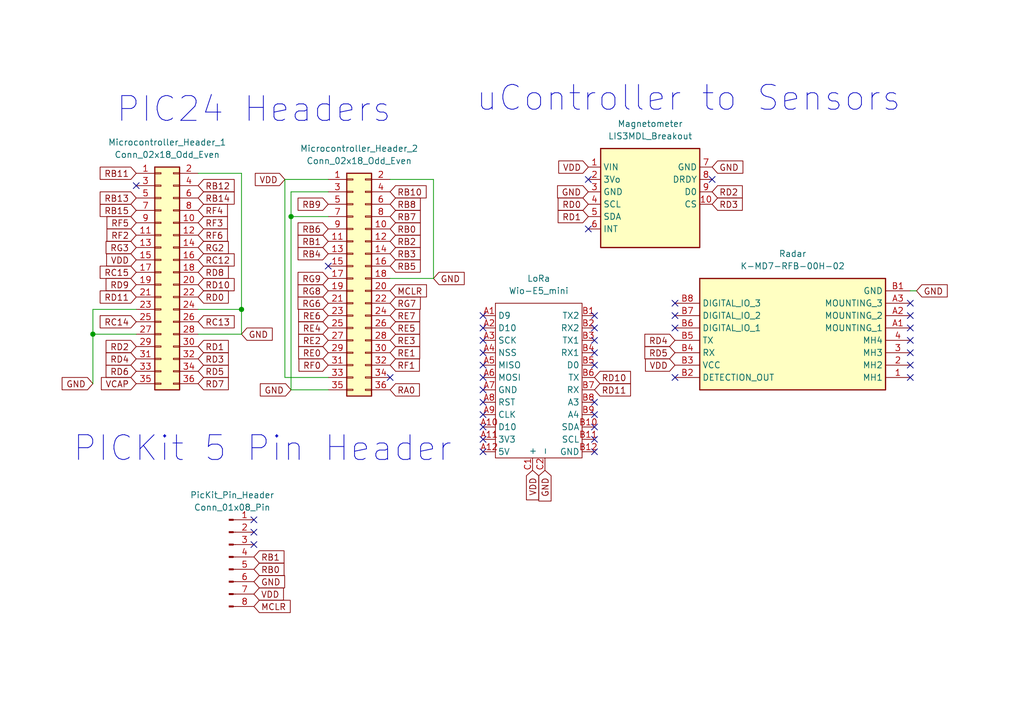
<source format=kicad_sch>
(kicad_sch (version 20231120) (generator "eeschema") (generator_version "8.0")
  (paper "A5")
  (title_block (title "Schematic for Train Detection and Warning System PCB") (date "2025-04-07") (rev "2") (company "Weber State University"))
  (lib_symbols
    (symbol "Connector:Conn_01x08_Pin" (pin_names (offset 1.016) hide)
      (property "Reference" "J" (at 0 10.16 0))
      (property "Value" "Conn_01x08_Pin" (at 0 -12.7 0))
      (symbol "Conn_01x08_Pin_1_1"
        (polyline (pts (xy 1.27 -10.16) (xy 0.8636 -10.16)) (stroke (width 0.1524)))
        (polyline (pts (xy 1.27 -7.62) (xy 0.8636 -7.62)) (stroke (width 0.1524)))
        (polyline (pts (xy 1.27 -5.08) (xy 0.8636 -5.08)) (stroke (width 0.1524)))
        (polyline (pts (xy 1.27 -2.54) (xy 0.8636 -2.54)) (stroke (width 0.1524)))
        (polyline (pts (xy 1.27 0) (xy 0.8636 0)) (stroke (width 0.1524)))
        (polyline (pts (xy 1.27 2.54) (xy 0.8636 2.54)) (stroke (width 0.1524)))
        (polyline (pts (xy 1.27 5.08) (xy 0.8636 5.08)) (stroke (width 0.1524)))
        (polyline (pts (xy 1.27 7.62) (xy 0.8636 7.62)) (stroke (width 0.1524)))
        (rectangle (start 0.8636 -10.033) (end 0 -10.287) (stroke (width 0.1524)) (fill (type outline)))
        (rectangle (start 0.8636 -7.493) (end 0 -7.747) (stroke (width 0.1524)) (fill (type outline)))
        (rectangle (start 0.8636 -4.953) (end 0 -5.207) (stroke (width 0.1524)) (fill (type outline)))
        (rectangle (start 0.8636 -2.413) (end 0 -2.667) (stroke (width 0.1524)) (fill (type outline)))
        (rectangle (start 0.8636 0.127) (end 0 -0.127) (stroke (width 0.1524)) (fill (type outline)))
        (rectangle (start 0.8636 2.667) (end 0 2.413) (stroke (width 0.1524)) (fill (type outline)))
        (rectangle (start 0.8636 5.207) (end 0 4.953) (stroke (width 0.1524)) (fill (type outline)))
        (rectangle (start 0.8636 7.747) (end 0 7.493) (stroke (width 0.1524)) (fill (type outline)))
        (pin passive line (at 5.08 7.62 180) (length 3.81) (name "Pin_1") (number "1"))
        (pin passive line (at 5.08 5.08 180) (length 3.81) (name "Pin_2") (number "2"))
        (pin passive line (at 5.08 2.54 180) (length 3.81) (name "Pin_3") (number "3"))
        (pin passive line (at 5.08 0 180) (length 3.81) (name "Pin_4") (number "4"))
        (pin passive line (at 5.08 -2.54 180) (length 3.81) (name "Pin_5") (number "5"))
        (pin passive line (at 5.08 -5.08 180) (length 3.81) (name "Pin_6") (number "6"))
        (pin passive line (at 5.08 -7.62 180) (length 3.81) (name "Pin_7") (number "7"))
        (pin passive line (at 5.08 -10.16 180) (length 3.81) (name "Pin_8") (number "8"))
      )
    )
    (symbol "Connector_Generic:Conn_02x18_Odd_Even" (pin_names (offset 1.016) hide)
      (property "Reference" "J" (at 1.27 22.86 0))
      (property "Value" "Conn_02x18_Odd_Even" (at 1.27 -25.4 0))
      (symbol "Conn_02x18_Odd_Even_1_1"
        (rectangle (start -1.27 -22.733) (end 0 -22.987) (stroke (width 0.1524)))
        (rectangle (start -1.27 -20.193) (end 0 -20.447) (stroke (width 0.1524)))
        (rectangle (start -1.27 -17.653) (end 0 -17.907) (stroke (width 0.1524)))
        (rectangle (start -1.27 -15.113) (end 0 -15.367) (stroke (width 0.1524)))
        (rectangle (start -1.27 -12.573) (end 0 -12.827) (stroke (width 0.1524)))
        (rectangle (start -1.27 -10.033) (end 0 -10.287) (stroke (width 0.1524)))
        (rectangle (start -1.27 -7.493) (end 0 -7.747) (stroke (width 0.1524)))
        (rectangle (start -1.27 -4.953) (end 0 -5.207) (stroke (width 0.1524)))
        (rectangle (start -1.27 -2.413) (end 0 -2.667) (stroke (width 0.1524)))
        (rectangle (start -1.27 0.127) (end 0 -0.127) (stroke (width 0.1524)))
        (rectangle (start -1.27 2.667) (end 0 2.413) (stroke (width 0.1524)))
        (rectangle (start -1.27 5.207) (end 0 4.953) (stroke (width 0.1524)))
        (rectangle (start -1.27 7.747) (end 0 7.493) (stroke (width 0.1524)))
        (rectangle (start -1.27 10.287) (end 0 10.033) (stroke (width 0.1524)))
        (rectangle (start -1.27 12.827) (end 0 12.573) (stroke (width 0.1524)))
        (rectangle (start -1.27 15.367) (end 0 15.113) (stroke (width 0.1524)))
        (rectangle (start -1.27 17.907) (end 0 17.653) (stroke (width 0.1524)))
        (rectangle (start -1.27 20.447) (end 0 20.193) (stroke (width 0.1524)))
        (rectangle (start -1.27 21.59) (end 3.81 -24.13) (stroke (width 0.254)) (fill (type background)))
        (rectangle (start 3.81 -22.733) (end 2.54 -22.987) (stroke (width 0.1524)))
        (rectangle (start 3.81 -20.193) (end 2.54 -20.447) (stroke (width 0.1524)))
        (rectangle (start 3.81 -17.653) (end 2.54 -17.907) (stroke (width 0.1524)))
        (rectangle (start 3.81 -15.113) (end 2.54 -15.367) (stroke (width 0.1524)))
        (rectangle (start 3.81 -12.573) (end 2.54 -12.827) (stroke (width 0.1524)))
        (rectangle (start 3.81 -10.033) (end 2.54 -10.287) (stroke (width 0.1524)))
        (rectangle (start 3.81 -7.493) (end 2.54 -7.747) (stroke (width 0.1524)))
        (rectangle (start 3.81 -4.953) (end 2.54 -5.207) (stroke (width 0.1524)))
        (rectangle (start 3.81 -2.413) (end 2.54 -2.667) (stroke (width 0.1524)))
        (rectangle (start 3.81 0.127) (end 2.54 -0.127) (stroke (width 0.1524)))
        (rectangle (start 3.81 2.667) (end 2.54 2.413) (stroke (width 0.1524)))
        (rectangle (start 3.81 5.207) (end 2.54 4.953) (stroke (width 0.1524)))
        (rectangle (start 3.81 7.747) (end 2.54 7.493) (stroke (width 0.1524)))
        (rectangle (start 3.81 10.287) (end 2.54 10.033) (stroke (width 0.1524)))
        (rectangle (start 3.81 12.827) (end 2.54 12.573) (stroke (width 0.1524)))
        (rectangle (start 3.81 15.367) (end 2.54 15.113) (stroke (width 0.1524)))
        (rectangle (start 3.81 17.907) (end 2.54 17.653) (stroke (width 0.1524)))
        (rectangle (start 3.81 20.447) (end 2.54 20.193) (stroke (width 0.1524)))
        (pin passive line (at -5.08 20.32 0) (length 3.81) (name "Pin_1") (number "1"))
        (pin passive line (at 7.62 10.16 180) (length 3.81) (name "Pin_10") (number "10"))
        (pin passive line (at -5.08 7.62 0) (length 3.81) (name "Pin_11") (number "11"))
        (pin passive line (at 7.62 7.62 180) (length 3.81) (name "Pin_12") (number "12"))
        (pin passive line (at -5.08 5.08 0) (length 3.81) (name "Pin_13") (number "13"))
        (pin passive line (at 7.62 5.08 180) (length 3.81) (name "Pin_14") (number "14"))
        (pin passive line (at -5.08 2.54 0) (length 3.81) (name "Pin_15") (number "15"))
        (pin passive line (at 7.62 2.54 180) (length 3.81) (name "Pin_16") (number "16"))
        (pin passive line (at -5.08 0 0) (length 3.81) (name "Pin_17") (number "17"))
        (pin passive line (at 7.62 0 180) (length 3.81) (name "Pin_18") (number "18"))
        (pin passive line (at -5.08 -2.54 0) (length 3.81) (name "Pin_19") (number "19"))
        (pin passive line (at 7.62 20.32 180) (length 3.81) (name "Pin_2") (number "2"))
        (pin passive line (at 7.62 -2.54 180) (length 3.81) (name "Pin_20") (number "20"))
        (pin passive line (at -5.08 -5.08 0) (length 3.81) (name "Pin_21") (number "21"))
        (pin passive line (at 7.62 -5.08 180) (length 3.81) (name "Pin_22") (number "22"))
        (pin passive line (at -5.08 -7.62 0) (length 3.81) (name "Pin_23") (number "23"))
        (pin passive line (at 7.62 -7.62 180) (length 3.81) (name "Pin_24") (number "24"))
        (pin passive line (at -5.08 -10.16 0) (length 3.81) (name "Pin_25") (number "25"))
        (pin passive line (at 7.62 -10.16 180) (length 3.81) (name "Pin_26") (number "26"))
        (pin passive line (at -5.08 -12.7 0) (length 3.81) (name "Pin_27") (number "27"))
        (pin passive line (at 7.62 -12.7 180) (length 3.81) (name "Pin_28") (number "28"))
        (pin passive line (at -5.08 -15.24 0) (length 3.81) (name "Pin_29") (number "29"))
        (pin passive line (at -5.08 17.78 0) (length 3.81) (name "Pin_3") (number "3"))
        (pin passive line (at 7.62 -15.24 180) (length 3.81) (name "Pin_30") (number "30"))
        (pin passive line (at -5.08 -17.78 0) (length 3.81) (name "Pin_31") (number "31"))
        (pin passive line (at 7.62 -17.78 180) (length 3.81) (name "Pin_32") (number "32"))
        (pin passive line (at -5.08 -20.32 0) (length 3.81) (name "Pin_33") (number "33"))
        (pin passive line (at 7.62 -20.32 180) (length 3.81) (name "Pin_34") (number "34"))
        (pin passive line (at -5.08 -22.86 0) (length 3.81) (name "Pin_35") (number "35"))
        (pin passive line (at 7.62 -22.86 180) (length 3.81) (name "Pin_36") (number "36"))
        (pin passive line (at 7.62 17.78 180) (length 3.81) (name "Pin_4") (number "4"))
        (pin passive line (at -5.08 15.24 0) (length 3.81) (name "Pin_5") (number "5"))
        (pin passive line (at 7.62 15.24 180) (length 3.81) (name "Pin_6") (number "6"))
        (pin passive line (at -5.08 12.7 0) (length 3.81) (name "Pin_7") (number "7"))
        (pin passive line (at 7.62 12.7 180) (length 3.81) (name "Pin_8") (number "8"))
        (pin passive line (at -5.08 10.16 0) (length 3.81) (name "Pin_9") (number "9"))
      )
    )
    (symbol "K-MD7-RFB-00H-02:K-MD7-RFB-00H-02"
      (property "Reference" "U" (at 44.45 7.62 0))
      (property "Value" "K-MD7-RFB-00H-02" (at 44.45 5.08 0))
      (symbol "K-MD7-RFB-00H-02_1_1"
        (rectangle (start 5.08 2.54) (end 43.18 -20.32) (stroke (width 0.254)) (fill (type background)))
        (pin passive line (at 0 0 0) (length 5.08) (name "MH1") (number "1"))
        (pin passive line (at 0 -2.54 0) (length 5.08) (name "MH2") (number "2"))
        (pin passive line (at 0 -5.08 0) (length 5.08) (name "MH3") (number "3"))
        (pin passive line (at 0 -7.62 0) (length 5.08) (name "MH4") (number "4"))
        (pin passive line (at 0 -10.16 0) (length 5.08) (name "MOUNTING_1") (number "A1"))
        (pin passive line (at 0 -12.7 0) (length 5.08) (name "MOUNTING_2") (number "A2"))
        (pin passive line (at 0 -15.24 0) (length 5.08) (name "MOUNTING_3") (number "A3"))
        (pin passive line (at 0 -17.78 0) (length 5.08) (name "GND") (number "B1"))
        (pin passive line (at 48.26 0 180) (length 5.08) (name "DETECTION_OUT") (number "B2"))
        (pin passive line (at 48.26 -2.54 180) (length 5.08) (name "VCC") (number "B3"))
        (pin passive line (at 48.26 -5.08 180) (length 5.08) (name "RX") (number "B4"))
        (pin passive line (at 48.26 -7.62 180) (length 5.08) (name "TX") (number "B5"))
        (pin passive line (at 48.26 -10.16 180) (length 5.08) (name "DIGITAL_IO_1") (number "B6"))
        (pin passive line (at 48.26 -12.7 180) (length 5.08) (name "DIGITAL_IO_2") (number "B7"))
        (pin passive line (at 48.26 -15.24 180) (length 5.08) (name "DIGITAL_IO_3") (number "B8"))
      )
    )
    (symbol "LoRa_Tranciever:Wio-E5_min"
      (property "Reference" "U" (at 3.556 -10.16 0))
      (symbol "Wio-E5_min_0_1"
        (rectangle (start -5.08 5.08) (end 12.7 -26.67))
      )
      (symbol "Wio-E5_min_1_1"
        (pin input line (at -7.62 2.54 0) (length 2.54) (name "D9") (number "A1"))
        (pin input line (at -7.62 -20.32 0) (length 2.54) (name "D10") (number "A10"))
        (pin input line (at -7.62 -22.86 0) (length 2.54) (name "3V3") (number "A11"))
        (pin input line (at -7.62 -25.4 0) (length 2.54) (name "5V") (number "A12"))
        (pin input line (at -7.62 0 0) (length 2.54) (name "D10") (number "A2"))
        (pin input line (at -7.62 -2.54 0) (length 2.54) (name "SCK") (number "A3"))
        (pin input line (at -7.62 -5.08 0) (length 2.54) (name "NSS") (number "A4"))
        (pin output line (at -7.62 -7.62 0) (length 2.54) (name "MISO") (number "A5"))
        (pin input line (at -7.62 -10.16 0) (length 2.54) (name "MOSI") (number "A6"))
        (pin input line (at -7.62 -12.7 0) (length 2.54) (name "GND") (number "A7"))
        (pin input line (at -7.62 -15.24 0) (length 2.54) (name "RST") (number "A8"))
        (pin input line (at -7.62 -17.78 0) (length 2.54) (name "CLK") (number "A9"))
        (pin input line (at 15.24 2.54 180) (length 2.54) (name "TX2") (number "B1"))
        (pin input line (at 15.24 -20.32 180) (length 2.54) (name "SDA") (number "B10"))
        (pin input line (at 15.24 -22.86 180) (length 2.54) (name "SCL") (number "B11"))
        (pin input line (at 15.24 -25.4 180) (length 2.54) (name "GND") (number "B12"))
        (pin input line (at 15.24 0 180) (length 2.54) (name "RX2") (number "B2"))
        (pin input line (at 15.24 -2.54 180) (length 2.54) (name "TX1") (number "B3"))
        (pin input line (at 15.24 -5.08 180) (length 2.54) (name "RX1") (number "B4"))
        (pin input line (at 15.24 -7.62 180) (length 2.54) (name "D0") (number "B5"))
        (pin output line (at 15.24 -10.16 180) (length 2.54) (name "TX") (number "B6"))
        (pin input line (at 15.24 -12.7 180) (length 2.54) (name "RX") (number "B7"))
        (pin input line (at 15.24 -15.24 180) (length 2.54) (name "A3") (number "B8"))
        (pin input line (at 15.24 -17.78 180) (length 2.54) (name "A4") (number "B9"))
        (pin input line (at 2.54 -29.21 90) (length 2.54) (name "+") (number "C1"))
        (pin input line (at 5.08 -29.21 90) (length 2.54) (name "-") (number "C2"))
      )
    )
    (symbol "Sensor_Magnetic:LIS3MDL_Breakout"
      (property "Reference" "U" (at -40.894 39.624 0))
      (property "Value" "LIS3MDL_Breakout" (at -29.464 41.148 0))
      (symbol "LIS3MDL_Breakout_0_1"
        (rectangle (start -39.37 39.37) (end -19.05 19.05) (stroke (width 0.254)) (fill (type background)))
      )
      (symbol "LIS3MDL_Breakout_1_1"
        (pin power_in line (at -41.91 35.56 0) (length 2.54) (name "VIN") (number "1"))
        (pin input line (at -16.51 27.94 180) (length 2.54) (name "CS") (number "10"))
        (pin power_in line (at -41.91 33.02 0) (length 2.54) (name "3Vo") (number "2"))
        (pin power_in line (at -41.91 30.48 0) (length 2.54) (name "GND") (number "3"))
        (pin input line (at -41.91 27.94 0) (length 2.54) (name "SCL") (number "4"))
        (pin input line (at -41.91 25.4 0) (length 2.54) (name "SDA") (number "5"))
        (pin output line (at -41.91 22.86 0) (length 2.54) (name "INT") (number "6"))
        (pin power_in line (at -16.51 35.56 180) (length 2.54) (name "GND") (number "7"))
        (pin output line (at -16.51 33.02 180) (length 2.54) (name "DRDY") (number "8"))
        (pin output line (at -16.51 30.48 180) (length 2.54) (name "D0") (number "9"))
      )
    )
  )
  (junction (at 59.69 44.45))
  (junction (at 19.05 68.58))
  (junction (at 49.53 63.5))
  (no_connect (at 186.69 67.31))
  (no_connect (at 121.92 67.31))
  (no_connect (at 121.92 82.55))
  (no_connect (at 67.31 54.61))
  (no_connect (at 52.07 109.22))
  (no_connect (at 80.01 77.47))
  (no_connect (at 99.06 85.09))
  (no_connect (at 99.06 64.77))
  (no_connect (at 186.69 62.23))
  (no_connect (at 27.94 38.1))
  (no_connect (at 52.07 111.76))
  (no_connect (at 138.43 67.31))
  (no_connect (at 99.06 92.71))
  (no_connect (at 121.92 69.85))
  (no_connect (at 186.69 77.47))
  (no_connect (at 99.06 67.31))
  (no_connect (at 120.65 46.99))
  (no_connect (at 138.43 64.77))
  (no_connect (at 146.05 36.83))
  (no_connect (at 121.92 92.71))
  (no_connect (at 99.06 80.01))
  (no_connect (at 99.06 82.55))
  (no_connect (at 138.43 77.47))
  (no_connect (at 52.07 106.68))
  (no_connect (at 121.92 90.17))
  (no_connect (at 99.06 77.47))
  (no_connect (at 186.69 64.77))
  (no_connect (at 121.92 72.39))
  (no_connect (at 99.06 87.63))
  (no_connect (at 99.06 72.39))
  (no_connect (at 99.06 69.85))
  (no_connect (at 121.92 87.63))
  (no_connect (at 120.65 36.83))
  (no_connect (at 121.92 85.09))
  (no_connect (at 186.69 74.93))
  (no_connect (at 186.69 69.85))
  (no_connect (at 121.92 64.77))
  (no_connect (at 186.69 72.39))
  (no_connect (at 99.06 74.93))
  (no_connect (at 99.06 90.17))
  (no_connect (at 121.92 74.93))
  (no_connect (at 138.43 62.23))
  (wire (pts (xy 40.64 63.5) (xy 49.53 63.5)))
  (wire (pts (xy 59.69 39.37) (xy 59.69 44.45)))
  (wire (pts (xy 58.42 77.47) (xy 58.42 36.83)))
  (wire (pts (xy 59.69 44.45) (xy 59.69 80.01)))
  (wire (pts (xy 40.64 68.58) (xy 49.53 68.58)))
  (wire (pts (xy 19.05 68.58) (xy 27.94 68.58)))
  (wire (pts (xy 19.05 63.5) (xy 19.05 68.58)))
  (wire (pts (xy 59.69 44.45) (xy 67.31 44.45)))
  (wire (pts (xy 49.53 35.56) (xy 49.53 63.5)))
  (wire (pts (xy 40.64 35.56) (xy 49.53 35.56)))
  (wire (pts (xy 186.69 59.69) (xy 187.96 59.69)))
  (wire (pts (xy 59.69 80.01) (xy 67.31 80.01)))
  (wire (pts (xy 80.01 36.83) (xy 88.9 36.83)))
  (wire (pts (xy 67.31 39.37) (xy 59.69 39.37)))
  (wire (pts (xy 19.05 68.58) (xy 19.05 78.74)))
  (wire (pts (xy 27.94 63.5) (xy 19.05 63.5)))
  (wire (pts (xy 49.53 63.5) (xy 49.53 68.58)))
  (wire (pts (xy 88.9 36.83) (xy 88.9 57.15)))
  (wire (pts (xy 67.31 77.47) (xy 58.42 77.47)))
  (wire (pts (xy 88.9 57.15) (xy 80.01 57.15)))
  (wire (pts (xy 58.42 36.83) (xy 67.31 36.83)))
  (text "uController to Sensors" (at 141.224 20.32 0) (effects (font (size 5.08 5.08))))
  (text "PICKit 5 Pin Header" (at 53.848 92.202 0) (effects (font (size 5.08 5.08))))
  (text "PIC24 Headers" (at 52.07 22.606 0) (effects (font (size 5.08 5.08))))
  (global_label "RB10" (shape input) (at 80.01 39.37 0) (property "Intersheetrefs" "${INTERSHEET_REFS}" (effects (hide yes))))
  (global_label "GND" (shape input) (at 88.9 57.15 0) (property "Intersheetrefs" "${INTERSHEET_REFS}" (effects (hide yes))))
  (global_label "RB1" (shape input) (at 67.31 49.53 180) (property "Intersheetrefs" "${INTERSHEET_REFS}" (effects (hide yes))))
  (global_label "GND" (shape input) (at 120.65 39.37 180) (property "Intersheetrefs" "${INTERSHEET_REFS}" (effects (hide yes))))
  (global_label "VDD" (shape input) (at 58.42 36.83 180) (property "Intersheetrefs" "${INTERSHEET_REFS}" (effects (hide yes))))
  (global_label "RB12" (shape input) (at 40.64 38.1 0) (property "Intersheetrefs" "${INTERSHEET_REFS}" (effects (hide yes))))
  (global_label "RB9" (shape input) (at 67.31 41.91 180) (property "Intersheetrefs" "${INTERSHEET_REFS}" (effects (hide yes))))
  (global_label "RE0" (shape input) (at 67.31 72.39 180) (property "Intersheetrefs" "${INTERSHEET_REFS}" (effects (hide yes))))
  (global_label "RD1" (shape input) (at 120.65 44.45 180) (property "Intersheetrefs" "${INTERSHEET_REFS}" (effects (hide yes))))
  (global_label "MCLR" (shape input) (at 80.01 59.69 0) (property "Intersheetrefs" "${INTERSHEET_REFS}" (effects (hide yes))))
  (global_label "RD4" (shape input) (at 138.43 69.85 180) (property "Intersheetrefs" "${INTERSHEET_REFS}" (effects (hide yes))))
  (global_label "RF6" (shape input) (at 40.64 48.26 0) (property "Intersheetrefs" "${INTERSHEET_REFS}" (effects (hide yes))))
  (global_label "RF0" (shape input) (at 67.31 74.93 180) (property "Intersheetrefs" "${INTERSHEET_REFS}" (effects (hide yes))))
  (global_label "RE1" (shape input) (at 80.01 72.39 0) (property "Intersheetrefs" "${INTERSHEET_REFS}" (effects (hide yes))))
  (global_label "RD10" (shape input) (at 121.92 77.47 0) (property "Intersheetrefs" "${INTERSHEET_REFS}" (effects (hide yes))))
  (global_label "RC15" (shape input) (at 27.94 55.88 180) (property "Intersheetrefs" "${INTERSHEET_REFS}" (effects (hide yes))))
  (global_label "RE6" (shape input) (at 67.31 64.77 180) (property "Intersheetrefs" "${INTERSHEET_REFS}" (effects (hide yes))))
  (global_label "GND" (shape input) (at 19.05 78.74 180) (property "Intersheetrefs" "${INTERSHEET_REFS}" (effects (hide yes))))
  (global_label "VDD" (shape input) (at 109.22 96.52 270) (property "Intersheetrefs" "${INTERSHEET_REFS}" (effects (hide yes))))
  (global_label "RD8" (shape input) (at 40.64 55.88 0) (property "Intersheetrefs" "${INTERSHEET_REFS}" (effects (hide yes))))
  (global_label "RE4" (shape input) (at 67.31 67.31 180) (property "Intersheetrefs" "${INTERSHEET_REFS}" (effects (hide yes))))
  (global_label "RB15" (shape input) (at 27.94 43.18 180) (property "Intersheetrefs" "${INTERSHEET_REFS}" (effects (hide yes))))
  (global_label "RA0" (shape input) (at 80.01 80.01 0) (property "Intersheetrefs" "${INTERSHEET_REFS}" (effects (hide yes))))
  (global_label "RD3" (shape input) (at 146.05 41.91 0) (property "Intersheetrefs" "${INTERSHEET_REFS}" (effects (hide yes))))
  (global_label "RG6" (shape input) (at 67.31 62.23 180) (property "Intersheetrefs" "${INTERSHEET_REFS}" (effects (hide yes))))
  (global_label "RD10" (shape input) (at 40.64 58.42 0) (property "Intersheetrefs" "${INTERSHEET_REFS}" (effects (hide yes))))
  (global_label "RD11" (shape input) (at 121.92 80.01 0) (property "Intersheetrefs" "${INTERSHEET_REFS}" (effects (hide yes))))
  (global_label "RC14" (shape input) (at 27.94 66.04 180) (property "Intersheetrefs" "${INTERSHEET_REFS}" (effects (hide yes))))
  (global_label "RG8" (shape input) (at 67.31 59.69 180) (property "Intersheetrefs" "${INTERSHEET_REFS}" (effects (hide yes))))
  (global_label "RD2" (shape input) (at 146.05 39.37 0) (property "Intersheetrefs" "${INTERSHEET_REFS}" (effects (hide yes))))
  (global_label "RD0" (shape input) (at 120.65 41.91 180) (property "Intersheetrefs" "${INTERSHEET_REFS}" (effects (hide yes))))
  (global_label "RG9" (shape input) (at 67.31 57.15 180) (property "Intersheetrefs" "${INTERSHEET_REFS}" (effects (hide yes))))
  (global_label "RB7" (shape input) (at 80.01 44.45 0) (property "Intersheetrefs" "${INTERSHEET_REFS}" (effects (hide yes))))
  (global_label "GND" (shape input) (at 146.05 34.29 0) (property "Intersheetrefs" "${INTERSHEET_REFS}" (effects (hide yes))))
  (global_label "RF4" (shape input) (at 40.64 43.18 0) (property "Intersheetrefs" "${INTERSHEET_REFS}" (effects (hide yes))))
  (global_label "RD5" (shape input) (at 40.64 76.2 0) (property "Intersheetrefs" "${INTERSHEET_REFS}" (effects (hide yes))))
  (global_label "RB11" (shape input) (at 27.94 35.56 180) (property "Intersheetrefs" "${INTERSHEET_REFS}" (effects (hide yes))))
  (global_label "RC12" (shape input) (at 40.64 53.34 0) (property "Intersheetrefs" "${INTERSHEET_REFS}" (effects (hide yes))))
  (global_label "RC13" (shape input) (at 40.64 66.04 0) (property "Intersheetrefs" "${INTERSHEET_REFS}" (effects (hide yes))))
  (global_label "RD2" (shape input) (at 27.94 71.12 180) (property "Intersheetrefs" "${INTERSHEET_REFS}" (effects (hide yes))))
  (global_label "VDD" (shape input) (at 120.65 34.29 180) (property "Intersheetrefs" "${INTERSHEET_REFS}" (effects (hide yes))))
  (global_label "RB6" (shape input) (at 67.31 46.99 180) (property "Intersheetrefs" "${INTERSHEET_REFS}" (effects (hide yes))))
  (global_label "RB8" (shape input) (at 80.01 41.91 0) (property "Intersheetrefs" "${INTERSHEET_REFS}" (effects (hide yes))))
  (global_label "RF1" (shape input) (at 80.01 74.93 0) (property "Intersheetrefs" "${INTERSHEET_REFS}" (effects (hide yes))))
  (global_label "RD0" (shape input) (at 40.64 60.96 0) (property "Intersheetrefs" "${INTERSHEET_REFS}" (effects (hide yes))))
  (global_label "GND" (shape input) (at 59.69 80.01 180) (property "Intersheetrefs" "${INTERSHEET_REFS}" (effects (hide yes))))
  (global_label "GND" (shape input) (at 52.07 119.38 0) (property "Intersheetrefs" "${INTERSHEET_REFS}" (effects (hide yes))))
  (global_label "RD4" (shape input) (at 27.94 73.66 180) (property "Intersheetrefs" "${INTERSHEET_REFS}" (effects (hide yes))))
  (global_label "VDD" (shape input) (at 52.07 121.92 0) (property "Intersheetrefs" "${INTERSHEET_REFS}" (effects (hide yes))))
  (global_label "RD6" (shape input) (at 27.94 76.2 180) (property "Intersheetrefs" "${INTERSHEET_REFS}" (effects (hide yes))))
  (global_label "RD11" (shape input) (at 27.94 60.96 180) (property "Intersheetrefs" "${INTERSHEET_REFS}" (effects (hide yes))))
  (global_label "RB13" (shape input) (at 27.94 40.64 180) (property "Intersheetrefs" "${INTERSHEET_REFS}" (effects (hide yes))))
  (global_label "RE5" (shape input) (at 80.01 67.31 0) (property "Intersheetrefs" "${INTERSHEET_REFS}" (effects (hide yes))))
  (global_label "RE7" (shape input) (at 80.01 64.77 0) (property "Intersheetrefs" "${INTERSHEET_REFS}" (effects (hide yes))))
  (global_label "RB2" (shape input) (at 80.01 49.53 0) (property "Intersheetrefs" "${INTERSHEET_REFS}" (effects (hide yes))))
  (global_label "RD1" (shape input) (at 40.64 71.12 0) (property "Intersheetrefs" "${INTERSHEET_REFS}" (effects (hide yes))))
  (global_label "GND" (shape input) (at 187.96 59.69 0) (property "Intersheetrefs" "${INTERSHEET_REFS}" (effects (hide yes))))
  (global_label "RE2" (shape input) (at 67.31 69.85 180) (property "Intersheetrefs" "${INTERSHEET_REFS}" (effects (hide yes))))
  (global_label "RG7" (shape input) (at 80.01 62.23 0) (property "Intersheetrefs" "${INTERSHEET_REFS}" (effects (hide yes))))
  (global_label "RE3" (shape input) (at 80.01 69.85 0) (property "Intersheetrefs" "${INTERSHEET_REFS}" (effects (hide yes))))
  (global_label "RB14" (shape input) (at 40.64 40.64 0) (property "Intersheetrefs" "${INTERSHEET_REFS}" (effects (hide yes))))
  (global_label "RB5" (shape input) (at 80.01 54.61 0) (property "Intersheetrefs" "${INTERSHEET_REFS}" (effects (hide yes))))
  (global_label "RF2" (shape input) (at 27.94 48.26 180) (property "Intersheetrefs" "${INTERSHEET_REFS}" (effects (hide yes))))
  (global_label "RB0" (shape input) (at 52.07 116.84 0) (property "Intersheetrefs" "${INTERSHEET_REFS}" (effects (hide yes))))
  (global_label "RD5" (shape input) (at 138.43 72.39 180) (property "Intersheetrefs" "${INTERSHEET_REFS}" (effects (hide yes))))
  (global_label "GND" (shape input) (at 49.53 68.58 0) (property "Intersheetrefs" "${INTERSHEET_REFS}" (effects (hide yes))))
  (global_label "MCLR" (shape input) (at 52.07 124.46 0) (property "Intersheetrefs" "${INTERSHEET_REFS}" (effects (hide yes))))
  (global_label "VDD" (shape input) (at 138.43 74.93 180) (property "Intersheetrefs" "${INTERSHEET_REFS}" (effects (hide yes))))
  (global_label "VDD" (shape input) (at 27.94 53.34 180) (property "Intersheetrefs" "${INTERSHEET_REFS}" (effects (hide yes))))
  (global_label "RB0" (shape input) (at 80.01 46.99 0) (property "Intersheetrefs" "${INTERSHEET_REFS}" (effects (hide yes))))
  (global_label "RD7" (shape input) (at 40.64 78.74 0) (property "Intersheetrefs" "${INTERSHEET_REFS}" (effects (hide yes))))
  (global_label "RD9" (shape input) (at 27.94 58.42 180) (property "Intersheetrefs" "${INTERSHEET_REFS}" (effects (hide yes))))
  (global_label "RB4" (shape input) (at 67.31 52.07 180) (property "Intersheetrefs" "${INTERSHEET_REFS}" (effects (hide yes))))
  (global_label "RD3" (shape input) (at 40.64 73.66 0) (property "Intersheetrefs" "${INTERSHEET_REFS}" (effects (hide yes))))
  (global_label "RF5" (shape input) (at 27.94 45.72 180) (property "Intersheetrefs" "${INTERSHEET_REFS}" (effects (hide yes))))
  (global_label "VCAP" (shape input) (at 27.94 78.74 180) (property "Intersheetrefs" "${INTERSHEET_REFS}" (effects (hide yes))))
  (global_label "GND" (shape input) (at 111.76 96.52 270) (property "Intersheetrefs" "${INTERSHEET_REFS}" (effects (hide yes))))
  (global_label "RG3" (shape input) (at 27.94 50.8 180) (property "Intersheetrefs" "${INTERSHEET_REFS}" (effects (hide yes))))
  (global_label "RB3" (shape input) (at 80.01 52.07 0) (property "Intersheetrefs" "${INTERSHEET_REFS}" (effects (hide yes))))
  (global_label "RF3" (shape input) (at 40.64 45.72 0) (property "Intersheetrefs" "${INTERSHEET_REFS}" (effects (hide yes))))
  (global_label "RB1" (shape input) (at 52.07 114.3 0) (property "Intersheetrefs" "${INTERSHEET_REFS}" (effects (hide yes))))
  (global_label "RG2" (shape input) (at 40.64 50.8 0) (property "Intersheetrefs" "${INTERSHEET_REFS}" (effects (hide yes))))
  (symbol (lib_id "Connector_Generic:Conn_02x18_Odd_Even") (at 33.02 55.88 0) (unit 1)
    (property "Reference" "Microcontroller_Header_1" (at 34.29 29.21 0))
    (property "Value" "Conn_02x18_Odd_Even" (at 34.29 31.75 0))
    (property "Footprint" "Connector_PinSocket_2.54mm:PinSocket_2x18_P2.54mm_Vertical" (effects (hide yes)))
    (property "Description" "Generic connector, double row, 02x18, odd/even pin numbering scheme (row 1 odd numbers, row 2 even numbers), script generated (kicad-library-utils/schlib/autogen/connector/)" (effects (hide yes)))
  )
  (symbol (lib_id "K-MD7-RFB-00H-02:K-MD7-RFB-00H-02") (at 186.69 77.47 180) (unit 1)
    (property "Reference" "Radar" (at 162.56 52.07 0))
    (property "Value" "K-MD7-RFB-00H-02" (at 162.56 54.61 0))
    (property "Footprint" "Radar:KMD7RFB00H02" (effects (hide yes)))
    (property "Datasheet" "https://rfbeam.ch/wp-content/uploads/dlm_uploads/2023/04/Datasheet_K-MD7.pdf" (effects (hide yes)))
    (property "Description" "RF Transceiver 24GHz digital multi target tracking radar" (effects (hide yes)))
    (property "Height" "8.3" (effects (hide yes)))
    (property "Manufacturer_Name" "RFBEAM" (effects (hide yes)))
    (property "Manufacturer_Part_Number" "K-MD7-RFB-00H-02" (effects (hide yes)))
  )
  (symbol (lib_id "Connector:Conn_01x08_Pin") (at 46.99 114.3 0) (unit 1)
    (property "Reference" "PicKit_Pin_Header" (at 47.625 101.6 0))
    (property "Value" "Conn_01x08_Pin" (at 47.625 104.14 0))
    (property "Footprint" "Connector_PinHeader_2.54mm:PinHeader_1x08_P2.54mm_Horizontal" (effects (hide yes)))
    (property "Description" "Generic connector, single row, 01x08, script generated" (effects (hide yes)))
  )
  (symbol (lib_id "LoRa_Tranciever:Wio-E5_min") (at 106.68 67.31 0) (unit 1)
    (property "Reference" "LoRa" (at 110.49 57.15 0))
    (property "Value" "Wio-E5_mini" (at 110.49 59.69 0))
    (property "Footprint" "LoRa Tranciever:Wio-E5_mini" (effects (hide yes)))
  )
  (symbol (lib_id "Sensor_Magnetic:LIS3MDL_Breakout") (at 162.56 69.85 0) (unit 1)
    (property "Reference" "Magnetometer" (at 133.35 25.4 0))
    (property "Value" "LIS3MDL_Breakout" (at 133.35 27.94 0))
    (property "Footprint" "Adafruit-LIS3MDL-PCB-master:LIS3MDL" (effects (hide yes)))
    (property "Datasheet" "https://www.st.com/resource/en/datasheet/lis3mdl.pdf" (effects (hide yes)))
    (property "Description" "Ultra-low-power, 3-axis digital output magnetometer, LGA-12" (effects (hide yes)))
  )
  (symbol (lib_id "Connector_Generic:Conn_02x18_Odd_Even") (at 72.39 57.15 0) (unit 1)
    (property "Reference" "Microcontroller_Header_2" (at 73.66 30.48 0))
    (property "Value" "Conn_02x18_Odd_Even" (at 73.66 33.02 0))
    (property "Footprint" "Connector_PinSocket_2.54mm:PinSocket_2x18_P2.54mm_Vertical" (effects (hide yes)))
    (property "Description" "Generic connector, double row, 02x18, odd/even pin numbering scheme (row 1 odd numbers, row 2 even numbers), script generated (kicad-library-utils/schlib/autogen/connector/)" (effects (hide yes)))
  )
)
</source>
